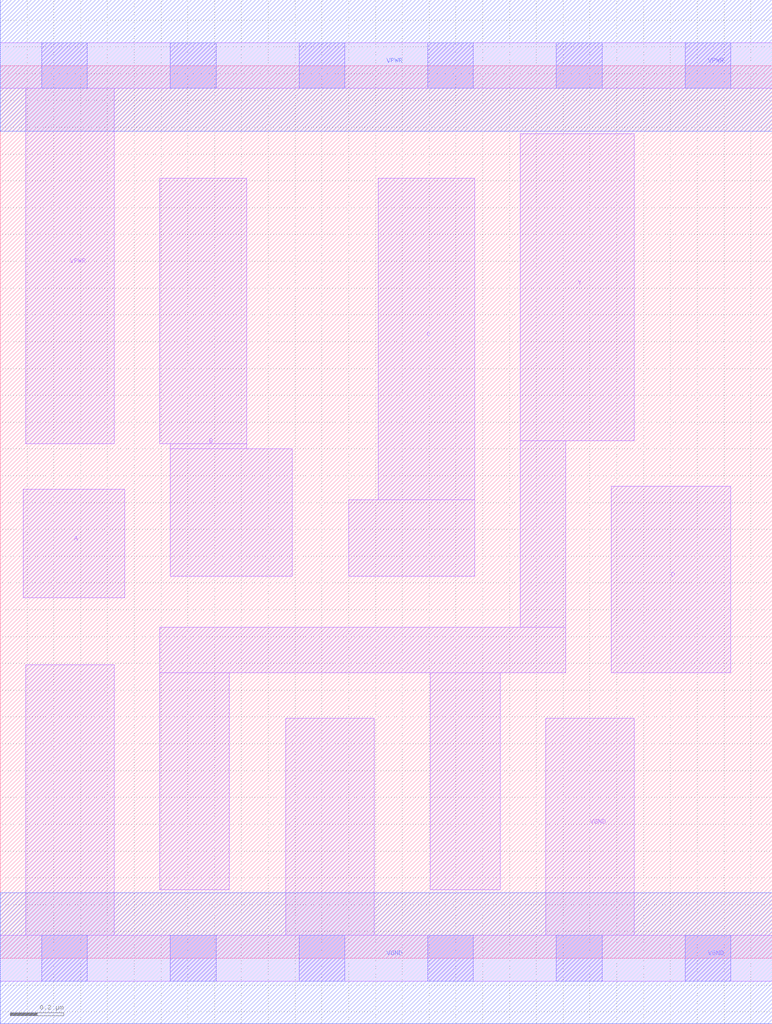
<source format=lef>
# Copyright 2020 The SkyWater PDK Authors
#
# Licensed under the Apache License, Version 2.0 (the "License");
# you may not use this file except in compliance with the License.
# You may obtain a copy of the License at
#
#     https://www.apache.org/licenses/LICENSE-2.0
#
# Unless required by applicable law or agreed to in writing, software
# distributed under the License is distributed on an "AS IS" BASIS,
# WITHOUT WARRANTIES OR CONDITIONS OF ANY KIND, either express or implied.
# See the License for the specific language governing permissions and
# limitations under the License.
#
# SPDX-License-Identifier: Apache-2.0

VERSION 5.7 ;
  NAMESCASESENSITIVE ON ;
  NOWIREEXTENSIONATPIN ON ;
  DIVIDERCHAR "/" ;
  BUSBITCHARS "[]" ;
UNITS
  DATABASE MICRONS 200 ;
END UNITS
MACRO sky130_fd_sc_lp__nor4_1
  CLASS CORE ;
  SOURCE USER ;
  FOREIGN sky130_fd_sc_lp__nor4_1 ;
  ORIGIN  0.000000  0.000000 ;
  SIZE  2.880000 BY  3.330000 ;
  SYMMETRY X Y R90 ;
  SITE unit ;
  PIN A
    ANTENNAGATEAREA  0.315000 ;
    DIRECTION INPUT ;
    USE SIGNAL ;
    PORT
      LAYER li1 ;
        RECT 0.085000 1.345000 0.465000 1.750000 ;
    END
  END A
  PIN B
    ANTENNAGATEAREA  0.315000 ;
    DIRECTION INPUT ;
    USE SIGNAL ;
    PORT
      LAYER li1 ;
        RECT 0.595000 1.920000 0.920000 2.910000 ;
        RECT 0.635000 1.425000 1.090000 1.900000 ;
        RECT 0.635000 1.900000 0.920000 1.920000 ;
    END
  END B
  PIN C
    ANTENNAGATEAREA  0.315000 ;
    DIRECTION INPUT ;
    USE SIGNAL ;
    PORT
      LAYER li1 ;
        RECT 1.300000 1.425000 1.770000 1.710000 ;
        RECT 1.410000 1.710000 1.770000 2.910000 ;
    END
  END C
  PIN D
    ANTENNAGATEAREA  0.315000 ;
    DIRECTION INPUT ;
    USE SIGNAL ;
    PORT
      LAYER li1 ;
        RECT 2.280000 1.065000 2.725000 1.760000 ;
    END
  END D
  PIN Y
    ANTENNADIFFAREA  0.804300 ;
    DIRECTION OUTPUT ;
    USE SIGNAL ;
    PORT
      LAYER li1 ;
        RECT 0.595000 0.255000 0.855000 1.065000 ;
        RECT 0.595000 1.065000 2.110000 1.235000 ;
        RECT 1.605000 0.255000 1.865000 1.065000 ;
        RECT 1.940000 1.235000 2.110000 1.930000 ;
        RECT 1.940000 1.930000 2.365000 3.075000 ;
    END
  END Y
  PIN VGND
    DIRECTION INOUT ;
    USE GROUND ;
    PORT
      LAYER li1 ;
        RECT 0.000000 -0.085000 2.880000 0.085000 ;
        RECT 0.095000  0.085000 0.425000 1.095000 ;
        RECT 1.065000  0.085000 1.395000 0.895000 ;
        RECT 2.035000  0.085000 2.365000 0.895000 ;
      LAYER mcon ;
        RECT 0.155000 -0.085000 0.325000 0.085000 ;
        RECT 0.635000 -0.085000 0.805000 0.085000 ;
        RECT 1.115000 -0.085000 1.285000 0.085000 ;
        RECT 1.595000 -0.085000 1.765000 0.085000 ;
        RECT 2.075000 -0.085000 2.245000 0.085000 ;
        RECT 2.555000 -0.085000 2.725000 0.085000 ;
      LAYER met1 ;
        RECT 0.000000 -0.245000 2.880000 0.245000 ;
    END
  END VGND
  PIN VPWR
    DIRECTION INOUT ;
    USE POWER ;
    PORT
      LAYER li1 ;
        RECT 0.000000 3.245000 2.880000 3.415000 ;
        RECT 0.095000 1.920000 0.425000 3.245000 ;
      LAYER mcon ;
        RECT 0.155000 3.245000 0.325000 3.415000 ;
        RECT 0.635000 3.245000 0.805000 3.415000 ;
        RECT 1.115000 3.245000 1.285000 3.415000 ;
        RECT 1.595000 3.245000 1.765000 3.415000 ;
        RECT 2.075000 3.245000 2.245000 3.415000 ;
        RECT 2.555000 3.245000 2.725000 3.415000 ;
      LAYER met1 ;
        RECT 0.000000 3.085000 2.880000 3.575000 ;
    END
  END VPWR
END sky130_fd_sc_lp__nor4_1

</source>
